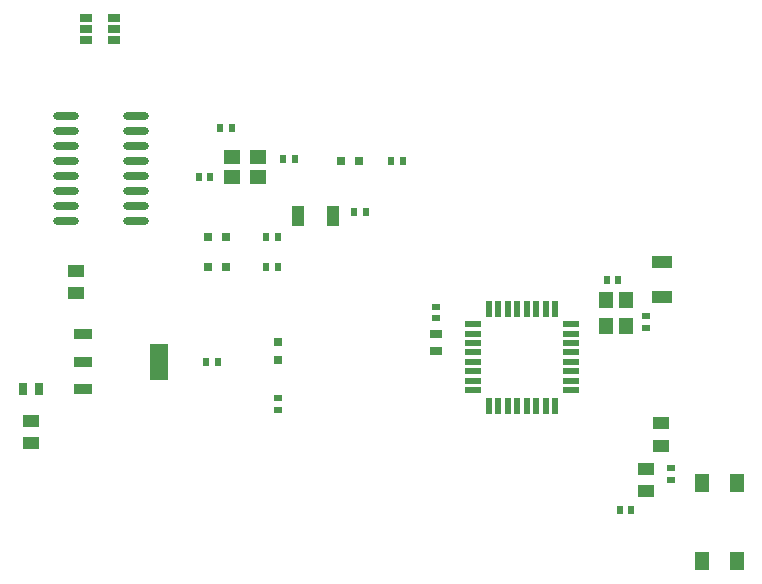
<source format=gtp>
G04*
G04 #@! TF.GenerationSoftware,Altium Limited,Altium Designer,22.1.2 (22)*
G04*
G04 Layer_Color=8421504*
%FSLAX25Y25*%
%MOIN*%
G70*
G04*
G04 #@! TF.SameCoordinates,AD3CF4ED-2F77-40B5-8B07-5FF5FC0119D8*
G04*
G04*
G04 #@! TF.FilePolarity,Positive*
G04*
G01*
G75*
%ADD18R,0.05709X0.03937*%
%ADD19O,0.08661X0.02400*%
%ADD20R,0.02000X0.05800*%
%ADD21R,0.05800X0.02000*%
%ADD22R,0.04724X0.05511*%
%ADD23R,0.02362X0.02756*%
%ADD24R,0.04724X0.05906*%
%ADD25R,0.03150X0.03150*%
%ADD26R,0.02953X0.03937*%
%ADD27R,0.06300X0.12200*%
%ADD28R,0.06300X0.03300*%
%ADD29R,0.05511X0.04724*%
%ADD30R,0.03150X0.03150*%
%ADD31R,0.02756X0.02362*%
%ADD32R,0.03937X0.02756*%
%ADD33R,0.04400X0.07100*%
%ADD34R,0.07100X0.04400*%
%ADD35R,0.03937X0.02953*%
D18*
X239700Y100460D02*
D03*
Y107940D02*
D03*
X29500Y101260D02*
D03*
Y108740D02*
D03*
X234500Y85360D02*
D03*
Y92840D02*
D03*
X44500Y158740D02*
D03*
Y151260D02*
D03*
D19*
X64700Y175500D02*
D03*
Y180500D02*
D03*
Y185500D02*
D03*
Y190500D02*
D03*
Y195500D02*
D03*
Y200500D02*
D03*
Y205500D02*
D03*
Y210500D02*
D03*
X41300D02*
D03*
Y205500D02*
D03*
Y200500D02*
D03*
Y195500D02*
D03*
Y190500D02*
D03*
Y185500D02*
D03*
Y180500D02*
D03*
Y175500D02*
D03*
D20*
X204193Y113800D02*
D03*
X201093D02*
D03*
X197893D02*
D03*
X194793D02*
D03*
X191593D02*
D03*
X188493D02*
D03*
X185293D02*
D03*
X182193D02*
D03*
Y146200D02*
D03*
X185293D02*
D03*
X188493D02*
D03*
X191593D02*
D03*
X194793D02*
D03*
X197893D02*
D03*
X201093D02*
D03*
X204193D02*
D03*
D21*
X176993Y119000D02*
D03*
Y122100D02*
D03*
Y125300D02*
D03*
Y128400D02*
D03*
Y131600D02*
D03*
Y134700D02*
D03*
Y137900D02*
D03*
Y141000D02*
D03*
X209393D02*
D03*
Y137900D02*
D03*
Y134700D02*
D03*
Y131600D02*
D03*
Y128400D02*
D03*
Y125300D02*
D03*
Y122100D02*
D03*
Y119000D02*
D03*
D22*
X221150Y148932D02*
D03*
Y140270D02*
D03*
X227843Y148931D02*
D03*
Y140270D02*
D03*
D23*
X225368Y155900D02*
D03*
X221431D02*
D03*
X91969Y128500D02*
D03*
X88032D02*
D03*
X117469Y196000D02*
D03*
X113531D02*
D03*
X85431Y190000D02*
D03*
X89368D02*
D03*
X96469Y206500D02*
D03*
X92532D02*
D03*
X137331Y178400D02*
D03*
X141269D02*
D03*
X225731Y79200D02*
D03*
X229668D02*
D03*
X153469Y195500D02*
D03*
X149531D02*
D03*
X111969Y160000D02*
D03*
X108031D02*
D03*
X111969Y170000D02*
D03*
X108031D02*
D03*
D24*
X253095Y87992D02*
D03*
X264906Y62008D02*
D03*
X253095D02*
D03*
X264906Y87992D02*
D03*
D25*
X133047Y195500D02*
D03*
X138953D02*
D03*
X88547Y160000D02*
D03*
X94453D02*
D03*
X88547Y170000D02*
D03*
X94453D02*
D03*
D26*
X32256Y119400D02*
D03*
X26744D02*
D03*
D27*
X72100Y128500D02*
D03*
D28*
X46900Y137600D02*
D03*
Y128500D02*
D03*
Y119400D02*
D03*
D29*
X105332Y196650D02*
D03*
X96670D02*
D03*
X105331Y189957D02*
D03*
X96670D02*
D03*
D30*
X112000Y129047D02*
D03*
Y134953D02*
D03*
D31*
Y116469D02*
D03*
Y112531D02*
D03*
X242800Y89231D02*
D03*
Y93168D02*
D03*
X234700Y143769D02*
D03*
Y139831D02*
D03*
X164500Y142931D02*
D03*
Y146869D02*
D03*
D32*
X47923Y243240D02*
D03*
Y239500D02*
D03*
Y235760D02*
D03*
X57224D02*
D03*
Y239500D02*
D03*
Y243240D02*
D03*
D33*
X130200Y177200D02*
D03*
X118400D02*
D03*
D34*
X240000Y161800D02*
D03*
Y150000D02*
D03*
D35*
X164400Y132144D02*
D03*
Y137656D02*
D03*
M02*

</source>
